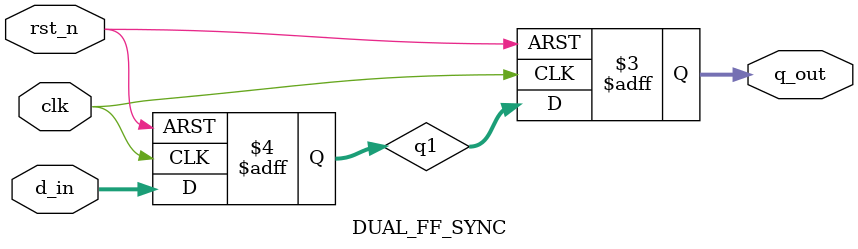
<source format=sv>
`timescale 1ns/1ps
module DUAL_FF_SYNC(
  input  logic clk, rst_n,
  input  logic [3:0] d_in,
  output logic [3:0] q_out
);
  logic [3:0] q1;

  always_ff @(posedge clk or negedge rst_n) begin
    if (!rst_n) begin
      q1 <= 0;
      q_out <= 0;
    end else begin
      q1 <= d_in;
      q_out <= q1;
    end
  end
endmodule

</source>
